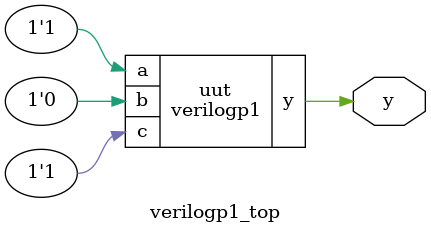
<source format=v>
module verilogp1(
  input a, b, c,
  output y
);
  assign y = (a & ~b) | (a & ~c);
    
endmodule

module verilogp1_top(
      output y
);
  verilogp1 uut(1, 0, 1, y);
endmodule
</source>
